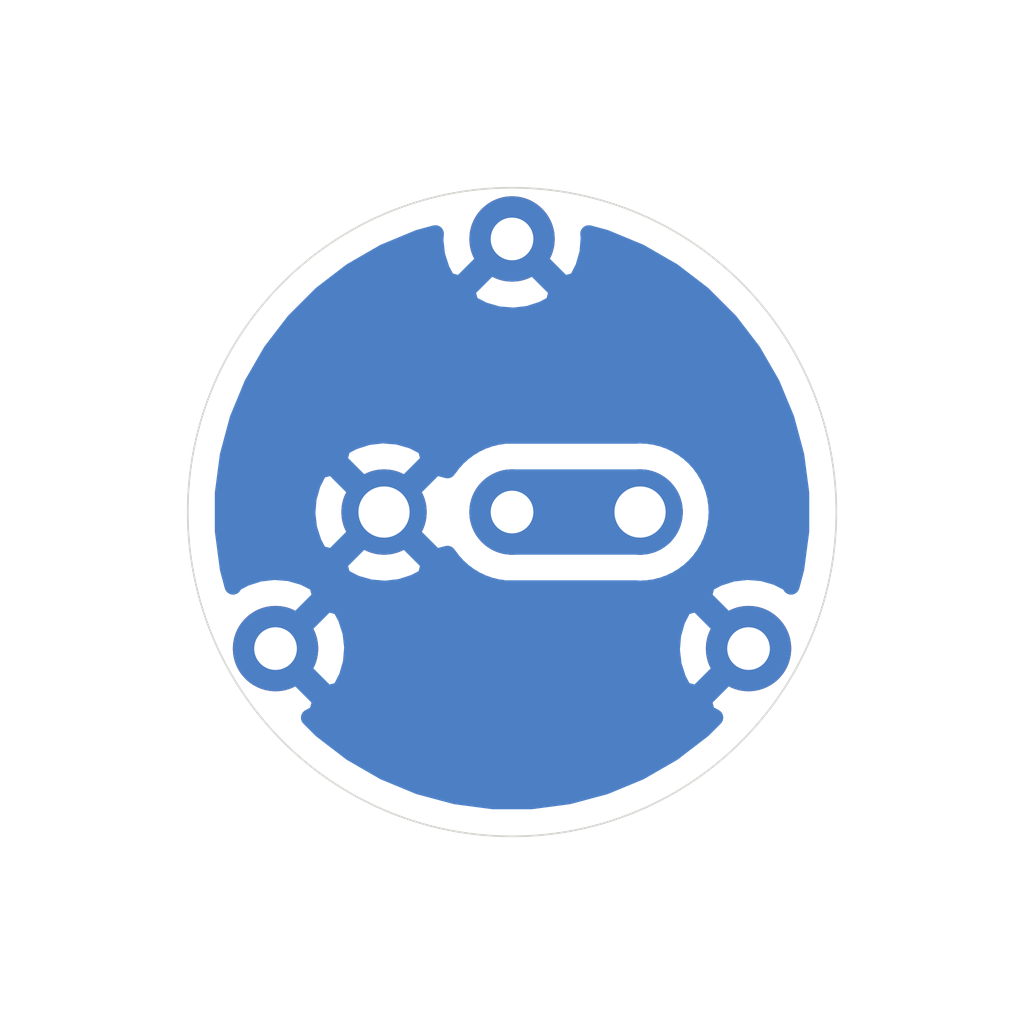
<source format=kicad_pcb>
(kicad_pcb (version 20171130) (host pcbnew "(5.1.7)-1")

  (general
    (thickness 1.6)
    (drawings 1)
    (tracks 2)
    (zones 0)
    (modules 6)
    (nets 3)
  )

  (page A4)
  (layers
    (0 F.Cu signal)
    (31 B.Cu signal)
    (32 B.Adhes user)
    (33 F.Adhes user)
    (34 B.Paste user)
    (35 F.Paste user)
    (36 B.SilkS user)
    (37 F.SilkS user)
    (38 B.Mask user)
    (39 F.Mask user)
    (40 Dwgs.User user)
    (41 Cmts.User user)
    (42 Eco1.User user)
    (43 Eco2.User user)
    (44 Edge.Cuts user)
    (45 Margin user)
    (46 B.CrtYd user)
    (47 F.CrtYd user)
    (48 B.Fab user)
    (49 F.Fab user)
  )

  (setup
    (last_trace_width 0.25)
    (user_trace_width 2.5)
    (trace_clearance 0.2)
    (zone_clearance 0.75)
    (zone_45_only yes)
    (trace_min 0.2)
    (via_size 0.8)
    (via_drill 0.4)
    (via_min_size 0.4)
    (via_min_drill 0.3)
    (uvia_size 0.3)
    (uvia_drill 0.1)
    (uvias_allowed no)
    (uvia_min_size 0.2)
    (uvia_min_drill 0.1)
    (edge_width 0.05)
    (segment_width 0.2)
    (pcb_text_width 0.3)
    (pcb_text_size 1.5 1.5)
    (mod_edge_width 0.12)
    (mod_text_size 1 1)
    (mod_text_width 0.15)
    (pad_size 2.5 2.5)
    (pad_drill 1.25)
    (pad_to_mask_clearance 0)
    (aux_axis_origin 0 0)
    (visible_elements 7FFFFF7F)
    (pcbplotparams
      (layerselection 0x010fc_ffffffff)
      (usegerberextensions true)
      (usegerberattributes false)
      (usegerberadvancedattributes false)
      (creategerberjobfile false)
      (excludeedgelayer true)
      (linewidth 0.100000)
      (plotframeref false)
      (viasonmask false)
      (mode 1)
      (useauxorigin false)
      (hpglpennumber 1)
      (hpglpenspeed 20)
      (hpglpendiameter 15.000000)
      (psnegative false)
      (psa4output false)
      (plotreference true)
      (plotvalue false)
      (plotinvisibletext false)
      (padsonsilk false)
      (subtractmaskfromsilk true)
      (outputformat 1)
      (mirror false)
      (drillshape 0)
      (scaleselection 1)
      (outputdirectory "gerber"))
  )

  (net 0 "")
  (net 1 VCC)
  (net 2 GND)

  (net_class Default "This is the default net class."
    (clearance 0.2)
    (trace_width 0.25)
    (via_dia 0.8)
    (via_drill 0.4)
    (uvia_dia 0.3)
    (uvia_drill 0.1)
    (add_net GND)
    (add_net VCC)
  )

  (module Wire_Pads:SolderWirePad_single_1-2mmDrill (layer F.Cu) (tedit 629E716A) (tstamp 6292C988)
    (at 169.048862 38.661675)
    (path /6292F956)
    (fp_text reference J6 (at 0 -3.81) (layer F.SilkS) hide
      (effects (font (size 1 1) (thickness 0.15)))
    )
    (fp_text value Conn_01x01 (at -1.905 3.175) (layer F.Fab) hide
      (effects (font (size 1 1) (thickness 0.15)))
    )
    (pad 1 thru_hole circle (at 0 0) (size 2.5 2.5) (drill 1.5) (layers *.Cu *.Mask)
      (net 2 GND))
    (model ${KISYS3DMOD}/Capacitor_THT.3dshapes/CP_Radial_D16.0mm_P7.50mm.wrl
      (offset (xyz 0 0 1.6))
      (scale (xyz 1 1 1))
      (rotate (xyz 0 0 0))
    )
  )

  (module Wire_Pads:SolderWirePad_single_1-2mmDrill (layer F.Cu) (tedit 629E717A) (tstamp 6292A594)
    (at 176.548861 38.661674)
    (path /6292BAB5)
    (fp_text reference J5 (at 0 -3.81) (layer F.SilkS) hide
      (effects (font (size 1 1) (thickness 0.15)))
    )
    (fp_text value Conn_01x01 (at -1.905 3.175) (layer F.Fab) hide
      (effects (font (size 1 1) (thickness 0.15)))
    )
    (pad 1 thru_hole circle (at 0 0) (size 2.5 2.5) (drill 1.5) (layers *.Cu *.Mask)
      (net 1 VCC))
  )

  (module Wire_Pads:SolderWirePad_single_1-2mmDrill (layer F.Cu) (tedit 629E7AB8) (tstamp 6292A591)
    (at 179.727066 42.661675)
    (path /6292B3FA)
    (fp_text reference J4 (at 0 -3.81) (layer F.SilkS) hide
      (effects (font (size 1 1) (thickness 0.15)))
    )
    (fp_text value Conn_01x01 (at -1.905 3.175) (layer F.Fab) hide
      (effects (font (size 1 1) (thickness 0.15)))
    )
    (pad 1 thru_hole circle (at 0 0) (size 2.5 2.5) (drill 1.25) (layers *.Cu *.Mask)
      (net 2 GND))
    (model ${KISYS3DMOD}/Connectors.3dshapes/Pin_d1.0mm_L10.0mm.wrl
      (offset (xyz 0 0 -1.5))
      (scale (xyz 1 1 1))
      (rotate (xyz -180 0 0))
    )
  )

  (module Wire_Pads:SolderWirePad_single_1-2mmDrill (layer F.Cu) (tedit 629E7AB2) (tstamp 6292A58E)
    (at 172.798862 30.661674)
    (path /6292B030)
    (fp_text reference J3 (at 0 -3.81) (layer F.SilkS) hide
      (effects (font (size 1 1) (thickness 0.15)))
    )
    (fp_text value Conn_01x01 (at -1.905 3.175) (layer F.Fab) hide
      (effects (font (size 1 1) (thickness 0.15)))
    )
    (pad 1 thru_hole circle (at 0 0) (size 2.5 2.5) (drill 1.25) (layers *.Cu *.Mask)
      (net 2 GND))
    (model ${KISYS3DMOD}/Connectors.3dshapes/Pin_d1.0mm_L10.0mm.wrl
      (offset (xyz 0 0 -1.5))
      (scale (xyz 1 1 1))
      (rotate (xyz -180 0 0))
    )
    (model C:/Users/Yannick/Desktop/Kondensator-Adapter-16mm-Spacer/Kondensator-Adapter-16mm-Spacer.step
      (offset (xyz -172.8 30.7 0))
      (scale (xyz 1 1 1))
      (rotate (xyz 0 0 0))
    )
    (model C:/Users/Yannick/Desktop/Kondensator-Adapter-16mm-Spacer/Kondensator-Adapter-16mm-Spacer.step
      (offset (xyz -172.8 30.7 -3.3))
      (scale (xyz 1 1 1))
      (rotate (xyz 0 0 0))
    )
  )

  (module Wire_Pads:SolderWirePad_single_1-2mmDrill (layer F.Cu) (tedit 629E7ABE) (tstamp 6292A58B)
    (at 165.870658 42.661674)
    (path /6292AB1C)
    (fp_text reference J2 (at 0 -3.81) (layer F.SilkS) hide
      (effects (font (size 1 1) (thickness 0.15)))
    )
    (fp_text value Conn_01x01 (at -1.905 3.175) (layer F.Fab) hide
      (effects (font (size 1 1) (thickness 0.15)))
    )
    (pad 1 thru_hole circle (at 0 0) (size 2.5 2.5) (drill 1.25) (layers *.Cu *.Mask)
      (net 2 GND))
    (model ${KISYS3DMOD}/Connectors.3dshapes/Pin_d1.0mm_L10.0mm.wrl
      (offset (xyz 0 0 -1.5))
      (scale (xyz 1 1 1))
      (rotate (xyz 180 0 0))
    )
  )

  (module Wire_Pads:SolderWirePad_single_1-2mmDrill (layer F.Cu) (tedit 629E7AC6) (tstamp 6292A588)
    (at 172.798862 38.661675)
    (path /6292A71E)
    (fp_text reference J1 (at 0 -3.81) (layer F.SilkS) hide
      (effects (font (size 1 1) (thickness 0.15)))
    )
    (fp_text value Conn_01x01 (at -1.905 3.175) (layer F.Fab) hide
      (effects (font (size 1 1) (thickness 0.15)))
    )
    (pad 1 thru_hole circle (at 0 0) (size 2.5 2.5) (drill 1.25) (layers *.Cu *.Mask)
      (net 1 VCC))
    (model ${KISYS3DMOD}/Connectors.3dshapes/Pin_d1.0mm_L10.0mm.wrl
      (offset (xyz 0 0 -1.5))
      (scale (xyz 1 1 1))
      (rotate (xyz -180 0 0))
    )
  )

  (gr_circle (center 172.798862 38.661675) (end 182.298862 38.661675) (layer Edge.Cuts) (width 0.05))

  (segment (start 176.54886 38.661675) (end 176.548861 38.661674) (width 2.5) (layer B.Cu) (net 1))
  (segment (start 172.798862 38.661675) (end 176.54886 38.661675) (width 2.5) (layer B.Cu) (net 1))

  (zone (net 2) (net_name GND) (layer B.Cu) (tstamp 629E8455) (hatch edge 0.508)
    (connect_pads (clearance 0.75))
    (min_thickness 0.5)
    (fill yes (arc_segments 32) (thermal_gap 0.75) (thermal_bridge_width 0.75))
    (polygon
      (pts
        (xy 187.798862 53.661675) (xy 157.798861 53.661674) (xy 157.798862 23.661674) (xy 187.798862 23.661674)
      )
    )
    (filled_polygon
      (pts
        (xy 172.989781 30.647532) (xy 172.975639 30.661674) (xy 174.306412 31.992448) (xy 174.698634 31.88743) (xy 174.901264 31.493251)
        (xy 175.0231 31.067114) (xy 175.059458 30.625397) (xy 175.046063 30.508631) (xy 175.523061 30.636442) (xy 176.547259 31.060679)
        (xy 177.50732 31.61497) (xy 178.386818 32.289833) (xy 179.170704 33.073719) (xy 179.845567 33.953217) (xy 180.399858 34.913278)
        (xy 180.824095 35.937476) (xy 181.111017 37.008285) (xy 181.255716 38.107383) (xy 181.255716 39.215967) (xy 181.111017 40.315065)
        (xy 180.972048 40.833706) (xy 180.952822 40.761903) (xy 180.558643 40.559273) (xy 180.132506 40.437437) (xy 179.690789 40.401079)
        (xy 179.250465 40.451593) (xy 178.828456 40.587039) (xy 178.50131 40.761903) (xy 178.396292 41.154125) (xy 179.727066 42.484898)
        (xy 179.741208 42.470756) (xy 179.917985 42.647533) (xy 179.903843 42.661675) (xy 179.917985 42.675817) (xy 179.741208 42.852594)
        (xy 179.727066 42.838452) (xy 178.396292 44.169225) (xy 178.50131 44.561447) (xy 178.737482 44.682853) (xy 178.386818 45.033517)
        (xy 177.50732 45.70838) (xy 176.547259 46.262671) (xy 175.523061 46.686908) (xy 174.452252 46.97383) (xy 173.353154 47.118529)
        (xy 172.24457 47.118529) (xy 171.145472 46.97383) (xy 170.074663 46.686908) (xy 169.050465 46.262671) (xy 168.090404 45.70838)
        (xy 167.210906 45.033517) (xy 166.86339 44.686001) (xy 167.096414 44.561446) (xy 167.201432 44.169224) (xy 165.870658 42.838451)
        (xy 165.856516 42.852593) (xy 165.679739 42.675816) (xy 165.693881 42.661674) (xy 166.047435 42.661674) (xy 167.378208 43.992448)
        (xy 167.77043 43.88743) (xy 167.97306 43.493251) (xy 168.094896 43.067114) (xy 168.125281 42.697952) (xy 177.46647 42.697952)
        (xy 177.516984 43.138276) (xy 177.65243 43.560285) (xy 177.827294 43.887431) (xy 178.219516 43.992449) (xy 179.550289 42.661675)
        (xy 178.219516 41.330901) (xy 177.827294 41.435919) (xy 177.624664 41.830098) (xy 177.502828 42.256235) (xy 177.46647 42.697952)
        (xy 168.125281 42.697952) (xy 168.131254 42.625397) (xy 168.08074 42.185073) (xy 167.945294 41.763064) (xy 167.77043 41.435918)
        (xy 167.378208 41.3309) (xy 166.047435 42.661674) (xy 165.693881 42.661674) (xy 165.679739 42.647532) (xy 165.856516 42.470755)
        (xy 165.870658 42.484897) (xy 167.201432 41.154124) (xy 167.096414 40.761902) (xy 166.702235 40.559272) (xy 166.276098 40.437436)
        (xy 165.834381 40.401078) (xy 165.394057 40.451592) (xy 164.972048 40.587038) (xy 164.644902 40.761902) (xy 164.625676 40.833706)
        (xy 164.486707 40.315065) (xy 164.467507 40.169225) (xy 167.718088 40.169225) (xy 167.823106 40.561447) (xy 168.217285 40.764077)
        (xy 168.643422 40.885913) (xy 169.085139 40.922271) (xy 169.525463 40.871757) (xy 169.947472 40.736311) (xy 170.274618 40.561447)
        (xy 170.379636 40.169225) (xy 169.048862 38.838452) (xy 167.718088 40.169225) (xy 164.467507 40.169225) (xy 164.342008 39.215967)
        (xy 164.342008 38.697952) (xy 166.788266 38.697952) (xy 166.83878 39.138276) (xy 166.974226 39.560285) (xy 167.14909 39.887431)
        (xy 167.541312 39.992449) (xy 168.872085 38.661675) (xy 169.225639 38.661675) (xy 170.556412 39.992449) (xy 170.908534 39.898168)
        (xy 170.919004 39.917756) (xy 170.98946 40.003607) (xy 171.051173 40.095967) (xy 171.129718 40.174512) (xy 171.200174 40.260363)
        (xy 171.286025 40.330819) (xy 171.36457 40.409364) (xy 171.45693 40.471077) (xy 171.542781 40.541533) (xy 171.640728 40.593887)
        (xy 171.733087 40.655599) (xy 171.835712 40.698108) (xy 171.933658 40.750461) (xy 172.039936 40.7827) (xy 172.142561 40.825209)
        (xy 172.251506 40.846879) (xy 172.357785 40.879119) (xy 172.468313 40.890005) (xy 172.577256 40.911675) (xy 176.438335 40.911675)
        (xy 176.54886 40.922561) (xy 176.659385 40.911675) (xy 176.659388 40.911675) (xy 176.659398 40.911674) (xy 176.770467 40.911674)
        (xy 176.879401 40.890006) (xy 176.989937 40.879119) (xy 177.096224 40.846877) (xy 177.205162 40.825208) (xy 177.307781 40.782702)
        (xy 177.414064 40.750461) (xy 177.512015 40.698105) (xy 177.614636 40.655598) (xy 177.706992 40.593888) (xy 177.804941 40.541533)
        (xy 177.890794 40.471075) (xy 177.983153 40.409363) (xy 178.061697 40.330819) (xy 178.147548 40.260363) (xy 178.218004 40.174512)
        (xy 178.29655 40.095966) (xy 178.358264 40.003605) (xy 178.428718 39.917756) (xy 178.48107 39.819811) (xy 178.542785 39.727449)
        (xy 178.585295 39.624821) (xy 178.637646 39.526879) (xy 178.669883 39.420607) (xy 178.712395 39.317975) (xy 178.734067 39.209024)
        (xy 178.766304 39.102752) (xy 178.777189 38.992232) (xy 178.798861 38.88328) (xy 178.798861 38.772193) (xy 178.809746 38.661675)
        (xy 178.798861 38.551157) (xy 178.798861 38.440068) (xy 178.777189 38.331114) (xy 178.766304 38.220598) (xy 178.755528 38.185074)
        (xy 178.734068 38.114328) (xy 178.712395 38.005373) (xy 178.669883 37.90274) (xy 178.637647 37.796472) (xy 178.585298 37.698533)
        (xy 178.542785 37.595899) (xy 178.481066 37.503529) (xy 178.428718 37.405594) (xy 178.358271 37.319754) (xy 178.29655 37.227382)
        (xy 178.217995 37.148827) (xy 178.147548 37.062987) (xy 178.061708 36.99254) (xy 177.983153 36.913985) (xy 177.890781 36.852264)
        (xy 177.804941 36.781817) (xy 177.707006 36.729469) (xy 177.614636 36.66775) (xy 177.512002 36.625237) (xy 177.414063 36.572888)
        (xy 177.307795 36.540652) (xy 177.205162 36.49814) (xy 177.096207 36.476467) (xy 176.989937 36.444231) (xy 176.879421 36.433346)
        (xy 176.770467 36.411674) (xy 176.659378 36.411674) (xy 176.54886 36.400789) (xy 176.438342 36.411674) (xy 176.327255 36.411674)
        (xy 176.32725 36.411675) (xy 172.577256 36.411675) (xy 172.468313 36.433345) (xy 172.357785 36.444231) (xy 172.251506 36.476471)
        (xy 172.142561 36.498141) (xy 172.039936 36.54065) (xy 171.933658 36.572889) (xy 171.835712 36.625242) (xy 171.733087 36.667751)
        (xy 171.640728 36.729463) (xy 171.542781 36.781817) (xy 171.45693 36.852273) (xy 171.36457 36.913986) (xy 171.286027 36.992529)
        (xy 171.200174 37.062987) (xy 171.129718 37.148838) (xy 171.051173 37.227383) (xy 170.98946 37.319743) (xy 170.919004 37.405594)
        (xy 170.908534 37.425182) (xy 170.556412 37.330901) (xy 169.225639 38.661675) (xy 168.872085 38.661675) (xy 167.541312 37.330901)
        (xy 167.14909 37.435919) (xy 166.94646 37.830098) (xy 166.824624 38.256235) (xy 166.788266 38.697952) (xy 164.342008 38.697952)
        (xy 164.342008 38.107383) (xy 164.467506 37.154125) (xy 167.718088 37.154125) (xy 169.048862 38.484898) (xy 170.379636 37.154125)
        (xy 170.274618 36.761903) (xy 169.880439 36.559273) (xy 169.454302 36.437437) (xy 169.012585 36.401079) (xy 168.572261 36.451593)
        (xy 168.150252 36.587039) (xy 167.823106 36.761903) (xy 167.718088 37.154125) (xy 164.467506 37.154125) (xy 164.486707 37.008285)
        (xy 164.773629 35.937476) (xy 165.197866 34.913278) (xy 165.752157 33.953217) (xy 166.42702 33.073719) (xy 167.210906 32.289833)
        (xy 167.368086 32.169224) (xy 171.468088 32.169224) (xy 171.573106 32.561446) (xy 171.967285 32.764076) (xy 172.393422 32.885912)
        (xy 172.835139 32.92227) (xy 173.275463 32.871756) (xy 173.697472 32.73631) (xy 174.024618 32.561446) (xy 174.129636 32.169224)
        (xy 172.798862 30.838451) (xy 171.468088 32.169224) (xy 167.368086 32.169224) (xy 168.090404 31.61497) (xy 169.050465 31.060679)
        (xy 170.074663 30.636442) (xy 170.553898 30.508031) (xy 170.538266 30.697951) (xy 170.58878 31.138275) (xy 170.724226 31.560284)
        (xy 170.89909 31.88743) (xy 171.291312 31.992448) (xy 172.622085 30.661674) (xy 172.607943 30.647532) (xy 172.78472 30.470755)
        (xy 172.798862 30.484897) (xy 172.813004 30.470755)
      )
    )
  )
)

</source>
